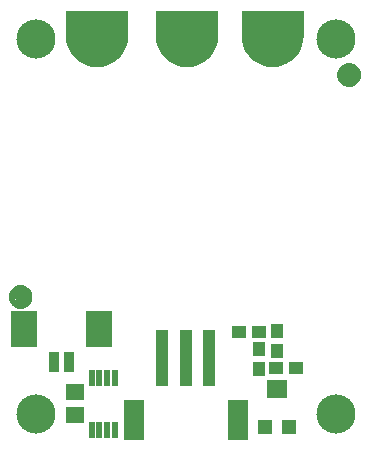
<source format=gbr>
G04 EAGLE Gerber RS-274X export*
G75*
%MOMM*%
%FSLAX34Y34*%
%LPD*%
%INSoldermask Top*%
%IPPOS*%
%AMOC8*
5,1,8,0,0,1.08239X$1,22.5*%
G01*
%ADD10C,1.101600*%
%ADD11C,0.500000*%
%ADD12C,3.317600*%
%ADD13R,0.501600X1.401600*%
%ADD14R,1.176600X1.101600*%
%ADD15R,1.101600X1.176600*%
%ADD16R,1.601600X1.341600*%
%ADD17R,1.701600X1.601600*%
%ADD18R,1.301600X1.301600*%
%ADD19R,0.901600X1.701600*%
%ADD20R,2.201600X3.101600*%
%ADD21R,1.101600X4.701600*%
%ADD22R,1.701600X3.501600*%
%ADD23C,4.317600*%

G36*
X81148Y319413D02*
X81148Y319413D01*
X81229Y319431D01*
X81274Y319431D01*
X84815Y320201D01*
X84892Y320231D01*
X84936Y320237D01*
X88332Y321503D01*
X88405Y321543D01*
X88447Y321556D01*
X91628Y323293D01*
X91694Y323343D01*
X91735Y323361D01*
X94636Y325533D01*
X94694Y325592D01*
X94732Y325616D01*
X97294Y328178D01*
X97343Y328245D01*
X97377Y328274D01*
X99549Y331175D01*
X99588Y331249D01*
X99617Y331282D01*
X101354Y334463D01*
X101383Y334541D01*
X101407Y334578D01*
X102673Y337974D01*
X102690Y338055D01*
X102709Y338095D01*
X103479Y341636D01*
X103485Y341719D01*
X103497Y341762D01*
X103756Y345377D01*
X103753Y345416D01*
X103758Y345440D01*
X103758Y366140D01*
X103743Y366242D01*
X103735Y366344D01*
X103723Y366372D01*
X103718Y366403D01*
X103674Y366495D01*
X103636Y366591D01*
X103616Y366614D01*
X103603Y366642D01*
X103533Y366717D01*
X103468Y366797D01*
X103442Y366814D01*
X103421Y366836D01*
X103332Y366887D01*
X103247Y366944D01*
X103223Y366950D01*
X103191Y366968D01*
X102931Y367026D01*
X102893Y367023D01*
X102870Y367028D01*
X52070Y367028D01*
X51968Y367013D01*
X51866Y367005D01*
X51838Y366993D01*
X51807Y366988D01*
X51715Y366944D01*
X51619Y366906D01*
X51596Y366886D01*
X51568Y366873D01*
X51493Y366803D01*
X51413Y366738D01*
X51396Y366712D01*
X51374Y366691D01*
X51323Y366602D01*
X51266Y366517D01*
X51260Y366493D01*
X51242Y366461D01*
X51184Y366201D01*
X51187Y366163D01*
X51182Y366140D01*
X51182Y345440D01*
X51188Y345401D01*
X51184Y345377D01*
X51443Y341762D01*
X51461Y341681D01*
X51461Y341636D01*
X52231Y338095D01*
X52261Y338018D01*
X52267Y337974D01*
X53533Y334578D01*
X53573Y334505D01*
X53586Y334463D01*
X55323Y331282D01*
X55373Y331216D01*
X55391Y331175D01*
X57563Y328274D01*
X57622Y328216D01*
X57646Y328178D01*
X60208Y325616D01*
X60219Y325608D01*
X60225Y325601D01*
X60267Y325573D01*
X60275Y325567D01*
X60304Y325533D01*
X63205Y323361D01*
X63279Y323322D01*
X63312Y323293D01*
X66493Y321556D01*
X66571Y321527D01*
X66608Y321503D01*
X70004Y320237D01*
X70085Y320220D01*
X70125Y320201D01*
X73666Y319431D01*
X73749Y319425D01*
X73792Y319413D01*
X77407Y319154D01*
X77489Y319161D01*
X77533Y319154D01*
X81148Y319413D01*
G37*
G36*
X157348Y319413D02*
X157348Y319413D01*
X157429Y319431D01*
X157474Y319431D01*
X161015Y320201D01*
X161092Y320231D01*
X161136Y320237D01*
X164532Y321503D01*
X164605Y321543D01*
X164647Y321556D01*
X167828Y323293D01*
X167894Y323343D01*
X167935Y323361D01*
X170836Y325533D01*
X170894Y325592D01*
X170932Y325616D01*
X173494Y328178D01*
X173543Y328245D01*
X173577Y328274D01*
X175749Y331175D01*
X175788Y331249D01*
X175817Y331282D01*
X177554Y334463D01*
X177583Y334541D01*
X177607Y334578D01*
X178873Y337974D01*
X178890Y338055D01*
X178909Y338095D01*
X179679Y341636D01*
X179685Y341719D01*
X179697Y341762D01*
X179956Y345377D01*
X179953Y345416D01*
X179958Y345440D01*
X179958Y366140D01*
X179943Y366242D01*
X179935Y366344D01*
X179923Y366372D01*
X179918Y366403D01*
X179874Y366495D01*
X179836Y366591D01*
X179816Y366614D01*
X179803Y366642D01*
X179733Y366717D01*
X179668Y366797D01*
X179642Y366814D01*
X179621Y366836D01*
X179532Y366887D01*
X179447Y366944D01*
X179423Y366950D01*
X179391Y366968D01*
X179131Y367026D01*
X179093Y367023D01*
X179070Y367028D01*
X128270Y367028D01*
X128168Y367013D01*
X128066Y367005D01*
X128038Y366993D01*
X128007Y366988D01*
X127915Y366944D01*
X127819Y366906D01*
X127796Y366886D01*
X127768Y366873D01*
X127693Y366803D01*
X127613Y366738D01*
X127596Y366712D01*
X127574Y366691D01*
X127523Y366602D01*
X127466Y366517D01*
X127460Y366493D01*
X127442Y366461D01*
X127384Y366201D01*
X127387Y366163D01*
X127382Y366140D01*
X127382Y345440D01*
X127388Y345401D01*
X127384Y345377D01*
X127643Y341762D01*
X127661Y341681D01*
X127661Y341636D01*
X128431Y338095D01*
X128461Y338018D01*
X128467Y337974D01*
X129733Y334578D01*
X129773Y334505D01*
X129786Y334463D01*
X131523Y331282D01*
X131573Y331216D01*
X131591Y331175D01*
X133763Y328274D01*
X133822Y328216D01*
X133846Y328178D01*
X136408Y325616D01*
X136419Y325608D01*
X136425Y325601D01*
X136467Y325573D01*
X136475Y325567D01*
X136504Y325533D01*
X139405Y323361D01*
X139479Y323322D01*
X139512Y323293D01*
X142693Y321556D01*
X142771Y321527D01*
X142808Y321503D01*
X146204Y320237D01*
X146285Y320220D01*
X146325Y320201D01*
X149866Y319431D01*
X149949Y319425D01*
X149992Y319413D01*
X153607Y319154D01*
X153689Y319161D01*
X153733Y319154D01*
X157348Y319413D01*
G37*
G36*
X229738Y319413D02*
X229738Y319413D01*
X229819Y319431D01*
X229864Y319431D01*
X233405Y320201D01*
X233482Y320231D01*
X233526Y320237D01*
X236922Y321503D01*
X236995Y321543D01*
X237037Y321556D01*
X240218Y323293D01*
X240284Y323343D01*
X240325Y323361D01*
X243226Y325533D01*
X243284Y325592D01*
X243322Y325616D01*
X245884Y328178D01*
X245933Y328245D01*
X245967Y328274D01*
X248139Y331175D01*
X248178Y331249D01*
X248207Y331282D01*
X249944Y334463D01*
X249973Y334541D01*
X249997Y334578D01*
X251263Y337974D01*
X251280Y338055D01*
X251299Y338095D01*
X252069Y341636D01*
X252075Y341719D01*
X252087Y341762D01*
X252346Y345377D01*
X252343Y345416D01*
X252348Y345440D01*
X252348Y366140D01*
X252333Y366242D01*
X252325Y366344D01*
X252313Y366372D01*
X252308Y366403D01*
X252264Y366495D01*
X252226Y366591D01*
X252206Y366614D01*
X252193Y366642D01*
X252123Y366717D01*
X252058Y366797D01*
X252032Y366814D01*
X252011Y366836D01*
X251922Y366887D01*
X251837Y366944D01*
X251813Y366950D01*
X251781Y366968D01*
X251521Y367026D01*
X251483Y367023D01*
X251460Y367028D01*
X200660Y367028D01*
X200558Y367013D01*
X200456Y367005D01*
X200428Y366993D01*
X200397Y366988D01*
X200305Y366944D01*
X200209Y366906D01*
X200186Y366886D01*
X200158Y366873D01*
X200083Y366803D01*
X200003Y366738D01*
X199986Y366712D01*
X199964Y366691D01*
X199913Y366602D01*
X199856Y366517D01*
X199850Y366493D01*
X199832Y366461D01*
X199774Y366201D01*
X199777Y366163D01*
X199772Y366140D01*
X199772Y345440D01*
X199778Y345401D01*
X199774Y345377D01*
X200033Y341762D01*
X200051Y341681D01*
X200051Y341636D01*
X200821Y338095D01*
X200851Y338018D01*
X200857Y337974D01*
X202123Y334578D01*
X202163Y334505D01*
X202176Y334463D01*
X203913Y331282D01*
X203963Y331216D01*
X203981Y331175D01*
X206153Y328274D01*
X206212Y328216D01*
X206236Y328178D01*
X208798Y325616D01*
X208809Y325608D01*
X208815Y325601D01*
X208857Y325573D01*
X208865Y325567D01*
X208894Y325533D01*
X211795Y323361D01*
X211869Y323322D01*
X211902Y323293D01*
X215083Y321556D01*
X215161Y321527D01*
X215198Y321503D01*
X218594Y320237D01*
X218675Y320220D01*
X218715Y320201D01*
X222256Y319431D01*
X222339Y319425D01*
X222382Y319413D01*
X225997Y319154D01*
X226079Y319161D01*
X226123Y319154D01*
X229738Y319413D01*
G37*
D10*
X290830Y312420D03*
D11*
X283330Y312420D02*
X283332Y312239D01*
X283339Y312058D01*
X283350Y311877D01*
X283365Y311696D01*
X283385Y311516D01*
X283409Y311336D01*
X283437Y311157D01*
X283470Y310979D01*
X283507Y310802D01*
X283548Y310625D01*
X283593Y310450D01*
X283643Y310275D01*
X283697Y310102D01*
X283755Y309931D01*
X283817Y309760D01*
X283884Y309592D01*
X283954Y309425D01*
X284028Y309259D01*
X284107Y309096D01*
X284189Y308935D01*
X284275Y308775D01*
X284365Y308618D01*
X284459Y308463D01*
X284556Y308310D01*
X284658Y308160D01*
X284762Y308012D01*
X284871Y307866D01*
X284982Y307724D01*
X285098Y307584D01*
X285216Y307447D01*
X285338Y307312D01*
X285463Y307181D01*
X285591Y307053D01*
X285722Y306928D01*
X285857Y306806D01*
X285994Y306688D01*
X286134Y306572D01*
X286276Y306461D01*
X286422Y306352D01*
X286570Y306248D01*
X286720Y306146D01*
X286873Y306049D01*
X287028Y305955D01*
X287185Y305865D01*
X287345Y305779D01*
X287506Y305697D01*
X287669Y305618D01*
X287835Y305544D01*
X288002Y305474D01*
X288170Y305407D01*
X288341Y305345D01*
X288512Y305287D01*
X288685Y305233D01*
X288860Y305183D01*
X289035Y305138D01*
X289212Y305097D01*
X289389Y305060D01*
X289567Y305027D01*
X289746Y304999D01*
X289926Y304975D01*
X290106Y304955D01*
X290287Y304940D01*
X290468Y304929D01*
X290649Y304922D01*
X290830Y304920D01*
X283330Y312420D02*
X283332Y312601D01*
X283339Y312782D01*
X283350Y312963D01*
X283365Y313144D01*
X283385Y313324D01*
X283409Y313504D01*
X283437Y313683D01*
X283470Y313861D01*
X283507Y314038D01*
X283548Y314215D01*
X283593Y314390D01*
X283643Y314565D01*
X283697Y314738D01*
X283755Y314909D01*
X283817Y315080D01*
X283884Y315248D01*
X283954Y315415D01*
X284028Y315581D01*
X284107Y315744D01*
X284189Y315905D01*
X284275Y316065D01*
X284365Y316222D01*
X284459Y316377D01*
X284556Y316530D01*
X284658Y316680D01*
X284762Y316828D01*
X284871Y316974D01*
X284982Y317116D01*
X285098Y317256D01*
X285216Y317393D01*
X285338Y317528D01*
X285463Y317659D01*
X285591Y317787D01*
X285722Y317912D01*
X285857Y318034D01*
X285994Y318152D01*
X286134Y318268D01*
X286276Y318379D01*
X286422Y318488D01*
X286570Y318592D01*
X286720Y318694D01*
X286873Y318791D01*
X287028Y318885D01*
X287185Y318975D01*
X287345Y319061D01*
X287506Y319143D01*
X287669Y319222D01*
X287835Y319296D01*
X288002Y319366D01*
X288170Y319433D01*
X288341Y319495D01*
X288512Y319553D01*
X288685Y319607D01*
X288860Y319657D01*
X289035Y319702D01*
X289212Y319743D01*
X289389Y319780D01*
X289567Y319813D01*
X289746Y319841D01*
X289926Y319865D01*
X290106Y319885D01*
X290287Y319900D01*
X290468Y319911D01*
X290649Y319918D01*
X290830Y319920D01*
X291011Y319918D01*
X291192Y319911D01*
X291373Y319900D01*
X291554Y319885D01*
X291734Y319865D01*
X291914Y319841D01*
X292093Y319813D01*
X292271Y319780D01*
X292448Y319743D01*
X292625Y319702D01*
X292800Y319657D01*
X292975Y319607D01*
X293148Y319553D01*
X293319Y319495D01*
X293490Y319433D01*
X293658Y319366D01*
X293825Y319296D01*
X293991Y319222D01*
X294154Y319143D01*
X294315Y319061D01*
X294475Y318975D01*
X294632Y318885D01*
X294787Y318791D01*
X294940Y318694D01*
X295090Y318592D01*
X295238Y318488D01*
X295384Y318379D01*
X295526Y318268D01*
X295666Y318152D01*
X295803Y318034D01*
X295938Y317912D01*
X296069Y317787D01*
X296197Y317659D01*
X296322Y317528D01*
X296444Y317393D01*
X296562Y317256D01*
X296678Y317116D01*
X296789Y316974D01*
X296898Y316828D01*
X297002Y316680D01*
X297104Y316530D01*
X297201Y316377D01*
X297295Y316222D01*
X297385Y316065D01*
X297471Y315905D01*
X297553Y315744D01*
X297632Y315581D01*
X297706Y315415D01*
X297776Y315248D01*
X297843Y315080D01*
X297905Y314909D01*
X297963Y314738D01*
X298017Y314565D01*
X298067Y314390D01*
X298112Y314215D01*
X298153Y314038D01*
X298190Y313861D01*
X298223Y313683D01*
X298251Y313504D01*
X298275Y313324D01*
X298295Y313144D01*
X298310Y312963D01*
X298321Y312782D01*
X298328Y312601D01*
X298330Y312420D01*
X298328Y312239D01*
X298321Y312058D01*
X298310Y311877D01*
X298295Y311696D01*
X298275Y311516D01*
X298251Y311336D01*
X298223Y311157D01*
X298190Y310979D01*
X298153Y310802D01*
X298112Y310625D01*
X298067Y310450D01*
X298017Y310275D01*
X297963Y310102D01*
X297905Y309931D01*
X297843Y309760D01*
X297776Y309592D01*
X297706Y309425D01*
X297632Y309259D01*
X297553Y309096D01*
X297471Y308935D01*
X297385Y308775D01*
X297295Y308618D01*
X297201Y308463D01*
X297104Y308310D01*
X297002Y308160D01*
X296898Y308012D01*
X296789Y307866D01*
X296678Y307724D01*
X296562Y307584D01*
X296444Y307447D01*
X296322Y307312D01*
X296197Y307181D01*
X296069Y307053D01*
X295938Y306928D01*
X295803Y306806D01*
X295666Y306688D01*
X295526Y306572D01*
X295384Y306461D01*
X295238Y306352D01*
X295090Y306248D01*
X294940Y306146D01*
X294787Y306049D01*
X294632Y305955D01*
X294475Y305865D01*
X294315Y305779D01*
X294154Y305697D01*
X293991Y305618D01*
X293825Y305544D01*
X293658Y305474D01*
X293490Y305407D01*
X293319Y305345D01*
X293148Y305287D01*
X292975Y305233D01*
X292800Y305183D01*
X292625Y305138D01*
X292448Y305097D01*
X292271Y305060D01*
X292093Y305027D01*
X291914Y304999D01*
X291734Y304975D01*
X291554Y304955D01*
X291373Y304940D01*
X291192Y304929D01*
X291011Y304922D01*
X290830Y304920D01*
D10*
X12700Y124460D03*
D11*
X5200Y124460D02*
X5202Y124279D01*
X5209Y124098D01*
X5220Y123917D01*
X5235Y123736D01*
X5255Y123556D01*
X5279Y123376D01*
X5307Y123197D01*
X5340Y123019D01*
X5377Y122842D01*
X5418Y122665D01*
X5463Y122490D01*
X5513Y122315D01*
X5567Y122142D01*
X5625Y121971D01*
X5687Y121800D01*
X5754Y121632D01*
X5824Y121465D01*
X5898Y121299D01*
X5977Y121136D01*
X6059Y120975D01*
X6145Y120815D01*
X6235Y120658D01*
X6329Y120503D01*
X6426Y120350D01*
X6528Y120200D01*
X6632Y120052D01*
X6741Y119906D01*
X6852Y119764D01*
X6968Y119624D01*
X7086Y119487D01*
X7208Y119352D01*
X7333Y119221D01*
X7461Y119093D01*
X7592Y118968D01*
X7727Y118846D01*
X7864Y118728D01*
X8004Y118612D01*
X8146Y118501D01*
X8292Y118392D01*
X8440Y118288D01*
X8590Y118186D01*
X8743Y118089D01*
X8898Y117995D01*
X9055Y117905D01*
X9215Y117819D01*
X9376Y117737D01*
X9539Y117658D01*
X9705Y117584D01*
X9872Y117514D01*
X10040Y117447D01*
X10211Y117385D01*
X10382Y117327D01*
X10555Y117273D01*
X10730Y117223D01*
X10905Y117178D01*
X11082Y117137D01*
X11259Y117100D01*
X11437Y117067D01*
X11616Y117039D01*
X11796Y117015D01*
X11976Y116995D01*
X12157Y116980D01*
X12338Y116969D01*
X12519Y116962D01*
X12700Y116960D01*
X5200Y124460D02*
X5202Y124641D01*
X5209Y124822D01*
X5220Y125003D01*
X5235Y125184D01*
X5255Y125364D01*
X5279Y125544D01*
X5307Y125723D01*
X5340Y125901D01*
X5377Y126078D01*
X5418Y126255D01*
X5463Y126430D01*
X5513Y126605D01*
X5567Y126778D01*
X5625Y126949D01*
X5687Y127120D01*
X5754Y127288D01*
X5824Y127455D01*
X5898Y127621D01*
X5977Y127784D01*
X6059Y127945D01*
X6145Y128105D01*
X6235Y128262D01*
X6329Y128417D01*
X6426Y128570D01*
X6528Y128720D01*
X6632Y128868D01*
X6741Y129014D01*
X6852Y129156D01*
X6968Y129296D01*
X7086Y129433D01*
X7208Y129568D01*
X7333Y129699D01*
X7461Y129827D01*
X7592Y129952D01*
X7727Y130074D01*
X7864Y130192D01*
X8004Y130308D01*
X8146Y130419D01*
X8292Y130528D01*
X8440Y130632D01*
X8590Y130734D01*
X8743Y130831D01*
X8898Y130925D01*
X9055Y131015D01*
X9215Y131101D01*
X9376Y131183D01*
X9539Y131262D01*
X9705Y131336D01*
X9872Y131406D01*
X10040Y131473D01*
X10211Y131535D01*
X10382Y131593D01*
X10555Y131647D01*
X10730Y131697D01*
X10905Y131742D01*
X11082Y131783D01*
X11259Y131820D01*
X11437Y131853D01*
X11616Y131881D01*
X11796Y131905D01*
X11976Y131925D01*
X12157Y131940D01*
X12338Y131951D01*
X12519Y131958D01*
X12700Y131960D01*
X12881Y131958D01*
X13062Y131951D01*
X13243Y131940D01*
X13424Y131925D01*
X13604Y131905D01*
X13784Y131881D01*
X13963Y131853D01*
X14141Y131820D01*
X14318Y131783D01*
X14495Y131742D01*
X14670Y131697D01*
X14845Y131647D01*
X15018Y131593D01*
X15189Y131535D01*
X15360Y131473D01*
X15528Y131406D01*
X15695Y131336D01*
X15861Y131262D01*
X16024Y131183D01*
X16185Y131101D01*
X16345Y131015D01*
X16502Y130925D01*
X16657Y130831D01*
X16810Y130734D01*
X16960Y130632D01*
X17108Y130528D01*
X17254Y130419D01*
X17396Y130308D01*
X17536Y130192D01*
X17673Y130074D01*
X17808Y129952D01*
X17939Y129827D01*
X18067Y129699D01*
X18192Y129568D01*
X18314Y129433D01*
X18432Y129296D01*
X18548Y129156D01*
X18659Y129014D01*
X18768Y128868D01*
X18872Y128720D01*
X18974Y128570D01*
X19071Y128417D01*
X19165Y128262D01*
X19255Y128105D01*
X19341Y127945D01*
X19423Y127784D01*
X19502Y127621D01*
X19576Y127455D01*
X19646Y127288D01*
X19713Y127120D01*
X19775Y126949D01*
X19833Y126778D01*
X19887Y126605D01*
X19937Y126430D01*
X19982Y126255D01*
X20023Y126078D01*
X20060Y125901D01*
X20093Y125723D01*
X20121Y125544D01*
X20145Y125364D01*
X20165Y125184D01*
X20180Y125003D01*
X20191Y124822D01*
X20198Y124641D01*
X20200Y124460D01*
X20198Y124279D01*
X20191Y124098D01*
X20180Y123917D01*
X20165Y123736D01*
X20145Y123556D01*
X20121Y123376D01*
X20093Y123197D01*
X20060Y123019D01*
X20023Y122842D01*
X19982Y122665D01*
X19937Y122490D01*
X19887Y122315D01*
X19833Y122142D01*
X19775Y121971D01*
X19713Y121800D01*
X19646Y121632D01*
X19576Y121465D01*
X19502Y121299D01*
X19423Y121136D01*
X19341Y120975D01*
X19255Y120815D01*
X19165Y120658D01*
X19071Y120503D01*
X18974Y120350D01*
X18872Y120200D01*
X18768Y120052D01*
X18659Y119906D01*
X18548Y119764D01*
X18432Y119624D01*
X18314Y119487D01*
X18192Y119352D01*
X18067Y119221D01*
X17939Y119093D01*
X17808Y118968D01*
X17673Y118846D01*
X17536Y118728D01*
X17396Y118612D01*
X17254Y118501D01*
X17108Y118392D01*
X16960Y118288D01*
X16810Y118186D01*
X16657Y118089D01*
X16502Y117995D01*
X16345Y117905D01*
X16185Y117819D01*
X16024Y117737D01*
X15861Y117658D01*
X15695Y117584D01*
X15528Y117514D01*
X15360Y117447D01*
X15189Y117385D01*
X15018Y117327D01*
X14845Y117273D01*
X14670Y117223D01*
X14495Y117178D01*
X14318Y117137D01*
X14141Y117100D01*
X13963Y117067D01*
X13784Y117039D01*
X13604Y117015D01*
X13424Y116995D01*
X13243Y116980D01*
X13062Y116969D01*
X12881Y116962D01*
X12700Y116960D01*
D12*
X279400Y342900D03*
X25400Y342900D03*
D13*
X72800Y12290D03*
X79300Y12290D03*
X85800Y12290D03*
X92300Y12290D03*
X92300Y56290D03*
X85800Y56290D03*
X79300Y56290D03*
X72800Y56290D03*
D14*
X214240Y95250D03*
X197240Y95250D03*
X245990Y64770D03*
X228990Y64770D03*
D15*
X214630Y80890D03*
X214630Y63890D03*
D16*
X58420Y24790D03*
X58420Y43790D03*
D17*
X229870Y46980D03*
D18*
X219870Y14480D03*
X239870Y14480D03*
D15*
X229870Y79130D03*
X229870Y96130D03*
D19*
X53240Y69850D03*
X40740Y69850D03*
D20*
X78840Y97350D03*
X15140Y97350D03*
D21*
X172400Y72720D03*
X152400Y72720D03*
D22*
X196400Y20720D03*
X108400Y20720D03*
D21*
X132400Y72720D03*
D12*
X279400Y25400D03*
X25400Y25400D03*
D23*
X226060Y341630D03*
X153670Y341630D03*
X77470Y341630D03*
M02*

</source>
